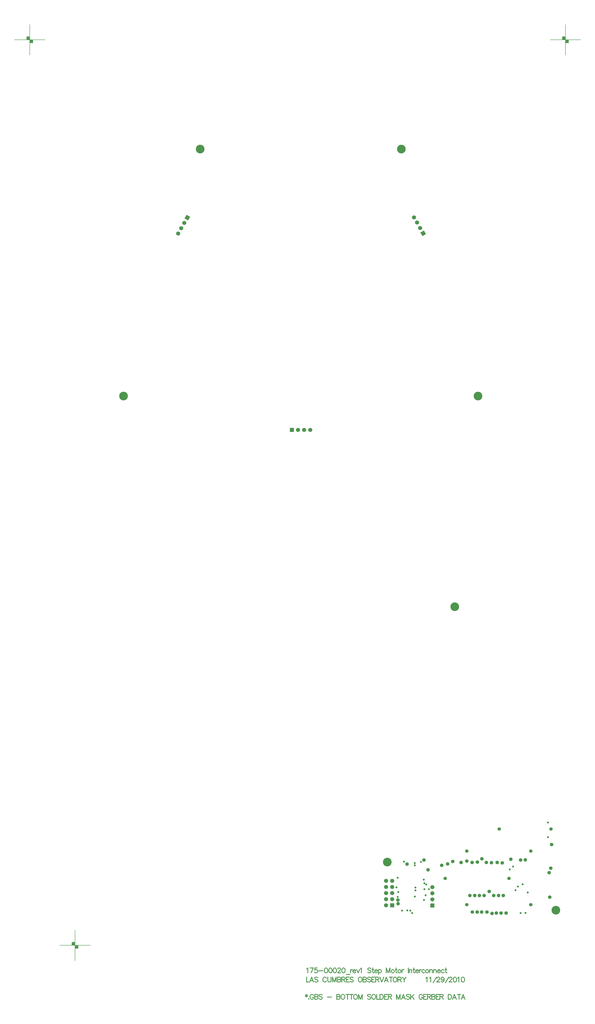
<source format=gbs>
%FSLAX23Y23*%
%MOIN*%
G70*
G01*
G75*
G04 Layer_Color=16711935*
%ADD10R,0.050X0.050*%
%ADD11R,0.030X0.125*%
%ADD12R,0.022X0.085*%
%ADD13O,0.024X0.010*%
%ADD14R,0.071X0.075*%
%ADD15O,0.069X0.012*%
%ADD16R,0.050X0.050*%
%ADD17C,0.030*%
%ADD18C,0.020*%
%ADD19C,0.010*%
%ADD20C,0.005*%
%ADD21C,0.012*%
%ADD22C,0.008*%
%ADD23C,0.012*%
%ADD24C,0.012*%
%ADD25C,0.134*%
%ADD26P,0.084X4X165.0*%
%ADD27C,0.059*%
%ADD28R,0.059X0.059*%
%ADD29R,0.059X0.059*%
%ADD30C,0.047*%
%ADD31C,0.024*%
%ADD32P,0.084X4X285.0*%
%ADD33C,0.050*%
%ADD34C,0.040*%
%ADD35C,0.174*%
%ADD36C,0.075*%
%ADD37C,0.087*%
G04:AMPARAMS|DCode=38|XSize=95.433mil|YSize=95.433mil|CornerRadius=0mil|HoleSize=0mil|Usage=FLASHONLY|Rotation=0.000|XOffset=0mil|YOffset=0mil|HoleType=Round|Shape=Relief|Width=10mil|Gap=10mil|Entries=4|*
%AMTHD38*
7,0,0,0.095,0.075,0.010,45*
%
%ADD38THD38*%
%ADD39C,0.068*%
G04:AMPARAMS|DCode=40|XSize=70mil|YSize=70mil|CornerRadius=0mil|HoleSize=0mil|Usage=FLASHONLY|Rotation=0.000|XOffset=0mil|YOffset=0mil|HoleType=Round|Shape=Relief|Width=10mil|Gap=10mil|Entries=4|*
%AMTHD40*
7,0,0,0.070,0.050,0.010,45*
%
%ADD40THD40*%
G04:AMPARAMS|DCode=41|XSize=88mil|YSize=88mil|CornerRadius=0mil|HoleSize=0mil|Usage=FLASHONLY|Rotation=0.000|XOffset=0mil|YOffset=0mil|HoleType=Round|Shape=Relief|Width=10mil|Gap=10mil|Entries=4|*
%AMTHD41*
7,0,0,0.088,0.068,0.010,45*
%
%ADD41THD41*%
%ADD42C,0.075*%
%ADD43C,0.010*%
%ADD44C,0.010*%
%ADD45C,0.024*%
%ADD46C,0.007*%
%ADD47C,0.008*%
%ADD48R,0.323X0.177*%
%ADD49R,0.058X0.058*%
%ADD50R,0.038X0.133*%
%ADD51R,0.030X0.093*%
%ADD52O,0.032X0.018*%
%ADD53R,0.079X0.083*%
%ADD54O,0.077X0.020*%
%ADD55R,0.058X0.058*%
%ADD56C,0.142*%
%ADD57P,0.095X4X165.0*%
%ADD58C,0.067*%
%ADD59R,0.067X0.067*%
%ADD60R,0.067X0.067*%
%ADD61C,0.055*%
%ADD62C,0.032*%
%ADD63P,0.095X4X285.0*%
%ADD64C,0.058*%
D21*
X39060Y19499D02*
Y19453D01*
X39041Y19488D02*
X39079Y19465D01*
Y19488D02*
X39041Y19465D01*
X39099Y19427D02*
X39095Y19423D01*
X39099Y19419D01*
X39103Y19423D01*
X39099Y19427D01*
X39177Y19480D02*
X39173Y19488D01*
X39166Y19495D01*
X39158Y19499D01*
X39143D01*
X39135Y19495D01*
X39128Y19488D01*
X39124Y19480D01*
X39120Y19469D01*
Y19450D01*
X39124Y19438D01*
X39128Y19431D01*
X39135Y19423D01*
X39143Y19419D01*
X39158D01*
X39166Y19423D01*
X39173Y19431D01*
X39177Y19438D01*
Y19450D01*
X39158D02*
X39177D01*
X39196Y19499D02*
Y19419D01*
Y19499D02*
X39230D01*
X39241Y19495D01*
X39245Y19492D01*
X39249Y19484D01*
Y19476D01*
X39245Y19469D01*
X39241Y19465D01*
X39230Y19461D01*
X39196D02*
X39230D01*
X39241Y19457D01*
X39245Y19453D01*
X39249Y19446D01*
Y19434D01*
X39245Y19427D01*
X39241Y19423D01*
X39230Y19419D01*
X39196D01*
X39320Y19488D02*
X39313Y19495D01*
X39301Y19499D01*
X39286D01*
X39274Y19495D01*
X39267Y19488D01*
Y19480D01*
X39271Y19472D01*
X39274Y19469D01*
X39282Y19465D01*
X39305Y19457D01*
X39313Y19453D01*
X39316Y19450D01*
X39320Y19442D01*
Y19431D01*
X39313Y19423D01*
X39301Y19419D01*
X39286D01*
X39274Y19423D01*
X39267Y19431D01*
X39401Y19453D02*
X39469D01*
X39556Y19499D02*
Y19419D01*
Y19499D02*
X39590D01*
X39602Y19495D01*
X39605Y19492D01*
X39609Y19484D01*
Y19476D01*
X39605Y19469D01*
X39602Y19465D01*
X39590Y19461D01*
X39556D02*
X39590D01*
X39602Y19457D01*
X39605Y19453D01*
X39609Y19446D01*
Y19434D01*
X39605Y19427D01*
X39602Y19423D01*
X39590Y19419D01*
X39556D01*
X39650Y19499D02*
X39642Y19495D01*
X39635Y19488D01*
X39631Y19480D01*
X39627Y19469D01*
Y19450D01*
X39631Y19438D01*
X39635Y19431D01*
X39642Y19423D01*
X39650Y19419D01*
X39665D01*
X39673Y19423D01*
X39680Y19431D01*
X39684Y19438D01*
X39688Y19450D01*
Y19469D01*
X39684Y19480D01*
X39680Y19488D01*
X39673Y19495D01*
X39665Y19499D01*
X39650D01*
X39733D02*
Y19419D01*
X39707Y19499D02*
X39760D01*
X39796D02*
Y19419D01*
X39770Y19499D02*
X39823D01*
X39855D02*
X39848Y19495D01*
X39840Y19488D01*
X39836Y19480D01*
X39832Y19469D01*
Y19450D01*
X39836Y19438D01*
X39840Y19431D01*
X39848Y19423D01*
X39855Y19419D01*
X39870D01*
X39878Y19423D01*
X39886Y19431D01*
X39890Y19438D01*
X39893Y19450D01*
Y19469D01*
X39890Y19480D01*
X39886Y19488D01*
X39878Y19495D01*
X39870Y19499D01*
X39855D01*
X39912D02*
Y19419D01*
Y19499D02*
X39942Y19419D01*
X39973Y19499D02*
X39942Y19419D01*
X39973Y19499D02*
Y19419D01*
X40112Y19488D02*
X40104Y19495D01*
X40093Y19499D01*
X40078D01*
X40066Y19495D01*
X40059Y19488D01*
Y19480D01*
X40062Y19472D01*
X40066Y19469D01*
X40074Y19465D01*
X40097Y19457D01*
X40104Y19453D01*
X40108Y19450D01*
X40112Y19442D01*
Y19431D01*
X40104Y19423D01*
X40093Y19419D01*
X40078D01*
X40066Y19423D01*
X40059Y19431D01*
X40153Y19499D02*
X40145Y19495D01*
X40137Y19488D01*
X40134Y19480D01*
X40130Y19469D01*
Y19450D01*
X40134Y19438D01*
X40137Y19431D01*
X40145Y19423D01*
X40153Y19419D01*
X40168D01*
X40176Y19423D01*
X40183Y19431D01*
X40187Y19438D01*
X40191Y19450D01*
Y19469D01*
X40187Y19480D01*
X40183Y19488D01*
X40176Y19495D01*
X40168Y19499D01*
X40153D01*
X40209D02*
Y19419D01*
X40255D01*
X40264Y19499D02*
Y19419D01*
Y19499D02*
X40291D01*
X40302Y19495D01*
X40310Y19488D01*
X40313Y19480D01*
X40317Y19469D01*
Y19450D01*
X40313Y19438D01*
X40310Y19431D01*
X40302Y19423D01*
X40291Y19419D01*
X40264D01*
X40385Y19499D02*
X40335D01*
Y19419D01*
X40385D01*
X40335Y19461D02*
X40366D01*
X40398Y19499D02*
Y19419D01*
Y19499D02*
X40432D01*
X40444Y19495D01*
X40448Y19492D01*
X40451Y19484D01*
Y19476D01*
X40448Y19469D01*
X40444Y19465D01*
X40432Y19461D01*
X40398D01*
X40425D02*
X40451Y19419D01*
X40532Y19499D02*
Y19419D01*
Y19499D02*
X40563Y19419D01*
X40593Y19499D02*
X40563Y19419D01*
X40593Y19499D02*
Y19419D01*
X40677D02*
X40646Y19499D01*
X40616Y19419D01*
X40627Y19446D02*
X40665D01*
X40749Y19488D02*
X40741Y19495D01*
X40730Y19499D01*
X40714D01*
X40703Y19495D01*
X40695Y19488D01*
Y19480D01*
X40699Y19472D01*
X40703Y19469D01*
X40711Y19465D01*
X40734Y19457D01*
X40741Y19453D01*
X40745Y19450D01*
X40749Y19442D01*
Y19431D01*
X40741Y19423D01*
X40730Y19419D01*
X40714D01*
X40703Y19423D01*
X40695Y19431D01*
X40767Y19499D02*
Y19419D01*
X40820Y19499D02*
X40767Y19446D01*
X40786Y19465D02*
X40820Y19419D01*
X40958Y19480D02*
X40954Y19488D01*
X40946Y19495D01*
X40939Y19499D01*
X40924D01*
X40916Y19495D01*
X40908Y19488D01*
X40905Y19480D01*
X40901Y19469D01*
Y19450D01*
X40905Y19438D01*
X40908Y19431D01*
X40916Y19423D01*
X40924Y19419D01*
X40939D01*
X40946Y19423D01*
X40954Y19431D01*
X40958Y19438D01*
Y19450D01*
X40939D02*
X40958D01*
X41026Y19499D02*
X40976D01*
Y19419D01*
X41026D01*
X40976Y19461D02*
X41007D01*
X41039Y19499D02*
Y19419D01*
Y19499D02*
X41073D01*
X41085Y19495D01*
X41089Y19492D01*
X41092Y19484D01*
Y19476D01*
X41089Y19469D01*
X41085Y19465D01*
X41073Y19461D01*
X41039D01*
X41066D02*
X41092Y19419D01*
X41110Y19499D02*
Y19419D01*
Y19499D02*
X41145D01*
X41156Y19495D01*
X41160Y19492D01*
X41164Y19484D01*
Y19476D01*
X41160Y19469D01*
X41156Y19465D01*
X41145Y19461D01*
X41110D02*
X41145D01*
X41156Y19457D01*
X41160Y19453D01*
X41164Y19446D01*
Y19434D01*
X41160Y19427D01*
X41156Y19423D01*
X41145Y19419D01*
X41110D01*
X41231Y19499D02*
X41181D01*
Y19419D01*
X41231D01*
X41181Y19461D02*
X41212D01*
X41244Y19499D02*
Y19419D01*
Y19499D02*
X41279D01*
X41290Y19495D01*
X41294Y19492D01*
X41298Y19484D01*
Y19476D01*
X41294Y19469D01*
X41290Y19465D01*
X41279Y19461D01*
X41244D01*
X41271D02*
X41298Y19419D01*
X41378Y19499D02*
Y19419D01*
Y19499D02*
X41405D01*
X41416Y19495D01*
X41424Y19488D01*
X41428Y19480D01*
X41432Y19469D01*
Y19450D01*
X41428Y19438D01*
X41424Y19431D01*
X41416Y19423D01*
X41405Y19419D01*
X41378D01*
X41511D02*
X41480Y19499D01*
X41450Y19419D01*
X41461Y19446D02*
X41499D01*
X41556Y19499D02*
Y19419D01*
X41529Y19499D02*
X41583D01*
X41653Y19419D02*
X41622Y19499D01*
X41592Y19419D01*
X41603Y19446D02*
X41642D01*
D22*
X35245Y20325D02*
X35255D01*
X35245Y20320D02*
Y20330D01*
Y20320D02*
X35255D01*
Y20330D01*
X35245D02*
X35255D01*
X35240Y20315D02*
Y20330D01*
Y20315D02*
X35260D01*
Y20335D01*
X35240D02*
X35260D01*
X35235Y20310D02*
Y20335D01*
Y20310D02*
X35265D01*
Y20340D01*
X35235D02*
X35265D01*
X35230Y20305D02*
Y20345D01*
Y20305D02*
X35270D01*
Y20345D01*
X35230D02*
X35270D01*
X35295Y20275D02*
X35305D01*
X35295Y20270D02*
Y20280D01*
Y20270D02*
X35305D01*
Y20280D01*
X35295D02*
X35305D01*
X35290Y20265D02*
Y20280D01*
Y20265D02*
X35310D01*
Y20285D01*
X35290D02*
X35310D01*
X35285Y20260D02*
Y20285D01*
Y20260D02*
X35315D01*
Y20290D01*
X35285D02*
X35315D01*
X35280Y20255D02*
Y20295D01*
Y20255D02*
X35320D01*
Y20295D01*
X35280D02*
X35320D01*
X35275Y20250D02*
X35325D01*
Y20300D01*
X35225Y20350D02*
X35275D01*
X35225Y20300D02*
Y20350D01*
X35275Y20050D02*
Y20550D01*
X35025Y20300D02*
X35525D01*
X43265Y35125D02*
X43275D01*
X43265Y35120D02*
Y35130D01*
Y35120D02*
X43275D01*
Y35130D01*
X43265D02*
X43275D01*
X43260Y35115D02*
Y35130D01*
Y35115D02*
X43280D01*
Y35135D01*
X43260D02*
X43280D01*
X43255Y35110D02*
Y35135D01*
Y35110D02*
X43285D01*
Y35140D01*
X43255D02*
X43285D01*
X43250Y35105D02*
Y35145D01*
Y35105D02*
X43290D01*
Y35145D01*
X43250D02*
X43290D01*
X43315Y35075D02*
X43325D01*
X43315Y35070D02*
Y35080D01*
Y35070D02*
X43325D01*
Y35080D01*
X43315D02*
X43325D01*
X43310Y35065D02*
Y35080D01*
Y35065D02*
X43330D01*
Y35085D01*
X43310D02*
X43330D01*
X43305Y35060D02*
Y35085D01*
Y35060D02*
X43335D01*
Y35090D01*
X43305D02*
X43335D01*
X43300Y35055D02*
Y35095D01*
Y35055D02*
X43340D01*
Y35095D01*
X43300D02*
X43340D01*
X43295Y35050D02*
X43345D01*
Y35100D01*
X43245Y35150D02*
X43295D01*
X43245Y35100D02*
Y35150D01*
X43295Y34850D02*
Y35350D01*
X43045Y35100D02*
X43545D01*
X34505Y35125D02*
X34515D01*
X34505Y35120D02*
Y35130D01*
Y35120D02*
X34515D01*
Y35130D01*
X34505D02*
X34515D01*
X34500Y35115D02*
Y35130D01*
Y35115D02*
X34520D01*
Y35135D01*
X34500D02*
X34520D01*
X34495Y35110D02*
Y35135D01*
Y35110D02*
X34525D01*
Y35140D01*
X34495D02*
X34525D01*
X34490Y35105D02*
Y35145D01*
Y35105D02*
X34530D01*
Y35145D01*
X34490D02*
X34530D01*
X34555Y35075D02*
X34565D01*
X34555Y35070D02*
Y35080D01*
Y35070D02*
X34565D01*
Y35080D01*
X34555D02*
X34565D01*
X34550Y35065D02*
Y35080D01*
Y35065D02*
X34570D01*
Y35085D01*
X34550D02*
X34570D01*
X34545Y35060D02*
Y35085D01*
Y35060D02*
X34575D01*
Y35090D01*
X34545D02*
X34575D01*
X34540Y35055D02*
Y35095D01*
Y35055D02*
X34580D01*
Y35095D01*
X34540D02*
X34580D01*
X34535Y35050D02*
X34585D01*
Y35100D01*
X34485Y35150D02*
X34535D01*
X34485Y35100D02*
Y35150D01*
X34535Y34850D02*
Y35350D01*
X34285Y35100D02*
X34785D01*
D23*
X39062Y19780D02*
Y19700D01*
X39107D01*
X39177D02*
X39147Y19780D01*
X39116Y19700D01*
X39127Y19726D02*
X39166D01*
X39249Y19768D02*
X39241Y19776D01*
X39230Y19780D01*
X39215D01*
X39203Y19776D01*
X39196Y19768D01*
Y19761D01*
X39199Y19753D01*
X39203Y19749D01*
X39211Y19745D01*
X39234Y19738D01*
X39241Y19734D01*
X39245Y19730D01*
X39249Y19723D01*
Y19711D01*
X39241Y19704D01*
X39230Y19700D01*
X39215D01*
X39203Y19704D01*
X39196Y19711D01*
X39387Y19761D02*
X39383Y19768D01*
X39375Y19776D01*
X39368Y19780D01*
X39353D01*
X39345Y19776D01*
X39337Y19768D01*
X39334Y19761D01*
X39330Y19749D01*
Y19730D01*
X39334Y19719D01*
X39337Y19711D01*
X39345Y19704D01*
X39353Y19700D01*
X39368D01*
X39375Y19704D01*
X39383Y19711D01*
X39387Y19719D01*
X39409Y19780D02*
Y19723D01*
X39413Y19711D01*
X39421Y19704D01*
X39432Y19700D01*
X39440D01*
X39451Y19704D01*
X39459Y19711D01*
X39463Y19723D01*
Y19780D01*
X39485D02*
Y19700D01*
Y19780D02*
X39515Y19700D01*
X39546Y19780D02*
X39515Y19700D01*
X39546Y19780D02*
Y19700D01*
X39569Y19780D02*
Y19700D01*
Y19780D02*
X39603D01*
X39614Y19776D01*
X39618Y19772D01*
X39622Y19764D01*
Y19757D01*
X39618Y19749D01*
X39614Y19745D01*
X39603Y19742D01*
X39569D02*
X39603D01*
X39614Y19738D01*
X39618Y19734D01*
X39622Y19726D01*
Y19715D01*
X39618Y19707D01*
X39614Y19704D01*
X39603Y19700D01*
X39569D01*
X39640Y19780D02*
Y19700D01*
Y19780D02*
X39674D01*
X39685Y19776D01*
X39689Y19772D01*
X39693Y19764D01*
Y19757D01*
X39689Y19749D01*
X39685Y19745D01*
X39674Y19742D01*
X39640D01*
X39666D02*
X39693Y19700D01*
X39760Y19780D02*
X39711D01*
Y19700D01*
X39760D01*
X39711Y19742D02*
X39741D01*
X39827Y19768D02*
X39820Y19776D01*
X39808Y19780D01*
X39793D01*
X39781Y19776D01*
X39774Y19768D01*
Y19761D01*
X39778Y19753D01*
X39781Y19749D01*
X39789Y19745D01*
X39812Y19738D01*
X39820Y19734D01*
X39823Y19730D01*
X39827Y19723D01*
Y19711D01*
X39820Y19704D01*
X39808Y19700D01*
X39793D01*
X39781Y19704D01*
X39774Y19711D01*
X39931Y19780D02*
X39923Y19776D01*
X39916Y19768D01*
X39912Y19761D01*
X39908Y19749D01*
Y19730D01*
X39912Y19719D01*
X39916Y19711D01*
X39923Y19704D01*
X39931Y19700D01*
X39946D01*
X39954Y19704D01*
X39961Y19711D01*
X39965Y19719D01*
X39969Y19730D01*
Y19749D01*
X39965Y19761D01*
X39961Y19768D01*
X39954Y19776D01*
X39946Y19780D01*
X39931D01*
X39987D02*
Y19700D01*
Y19780D02*
X40022D01*
X40033Y19776D01*
X40037Y19772D01*
X40041Y19764D01*
Y19757D01*
X40037Y19749D01*
X40033Y19745D01*
X40022Y19742D01*
X39987D02*
X40022D01*
X40033Y19738D01*
X40037Y19734D01*
X40041Y19726D01*
Y19715D01*
X40037Y19707D01*
X40033Y19704D01*
X40022Y19700D01*
X39987D01*
X40112Y19768D02*
X40104Y19776D01*
X40093Y19780D01*
X40078D01*
X40066Y19776D01*
X40059Y19768D01*
Y19761D01*
X40063Y19753D01*
X40066Y19749D01*
X40074Y19745D01*
X40097Y19738D01*
X40104Y19734D01*
X40108Y19730D01*
X40112Y19723D01*
Y19711D01*
X40104Y19704D01*
X40093Y19700D01*
X40078D01*
X40066Y19704D01*
X40059Y19711D01*
X40179Y19780D02*
X40130D01*
Y19700D01*
X40179D01*
X40130Y19742D02*
X40160D01*
X40193Y19780D02*
Y19700D01*
Y19780D02*
X40227D01*
X40238Y19776D01*
X40242Y19772D01*
X40246Y19764D01*
Y19757D01*
X40242Y19749D01*
X40238Y19745D01*
X40227Y19742D01*
X40193D01*
X40219D02*
X40246Y19700D01*
X40264Y19780D02*
X40294Y19700D01*
X40325Y19780D02*
X40294Y19700D01*
X40396D02*
X40366Y19780D01*
X40335Y19700D01*
X40347Y19726D02*
X40385D01*
X40441Y19780D02*
Y19700D01*
X40415Y19780D02*
X40468D01*
X40501D02*
X40493Y19776D01*
X40485Y19768D01*
X40481Y19761D01*
X40478Y19749D01*
Y19730D01*
X40481Y19719D01*
X40485Y19711D01*
X40493Y19704D01*
X40501Y19700D01*
X40516D01*
X40523Y19704D01*
X40531Y19711D01*
X40535Y19719D01*
X40539Y19730D01*
Y19749D01*
X40535Y19761D01*
X40531Y19768D01*
X40523Y19776D01*
X40516Y19780D01*
X40501D01*
X40557D02*
Y19700D01*
Y19780D02*
X40592D01*
X40603Y19776D01*
X40607Y19772D01*
X40611Y19764D01*
Y19757D01*
X40607Y19749D01*
X40603Y19745D01*
X40592Y19742D01*
X40557D01*
X40584D02*
X40611Y19700D01*
X40629Y19780D02*
X40659Y19742D01*
Y19700D01*
X40689Y19780D02*
X40659Y19742D01*
X41014Y19764D02*
X41022Y19768D01*
X41033Y19780D01*
Y19700D01*
X41073Y19764D02*
X41080Y19768D01*
X41092Y19780D01*
Y19700D01*
X41131Y19688D02*
X41185Y19780D01*
X41194Y19761D02*
Y19764D01*
X41198Y19772D01*
X41201Y19776D01*
X41209Y19780D01*
X41224D01*
X41232Y19776D01*
X41236Y19772D01*
X41239Y19764D01*
Y19757D01*
X41236Y19749D01*
X41228Y19738D01*
X41190Y19700D01*
X41243D01*
X41311Y19753D02*
X41307Y19742D01*
X41299Y19734D01*
X41288Y19730D01*
X41284D01*
X41273Y19734D01*
X41265Y19742D01*
X41261Y19753D01*
Y19757D01*
X41265Y19768D01*
X41273Y19776D01*
X41284Y19780D01*
X41288D01*
X41299Y19776D01*
X41307Y19768D01*
X41311Y19753D01*
Y19734D01*
X41307Y19715D01*
X41299Y19704D01*
X41288Y19700D01*
X41280D01*
X41269Y19704D01*
X41265Y19711D01*
X41332Y19688D02*
X41386Y19780D01*
X41395Y19761D02*
Y19764D01*
X41399Y19772D01*
X41402Y19776D01*
X41410Y19780D01*
X41425D01*
X41433Y19776D01*
X41437Y19772D01*
X41441Y19764D01*
Y19757D01*
X41437Y19749D01*
X41429Y19738D01*
X41391Y19700D01*
X41444D01*
X41485Y19780D02*
X41474Y19776D01*
X41466Y19764D01*
X41462Y19745D01*
Y19734D01*
X41466Y19715D01*
X41474Y19704D01*
X41485Y19700D01*
X41493D01*
X41504Y19704D01*
X41512Y19715D01*
X41516Y19734D01*
Y19745D01*
X41512Y19764D01*
X41504Y19776D01*
X41493Y19780D01*
X41485D01*
X41533Y19764D02*
X41541Y19768D01*
X41552Y19780D01*
Y19700D01*
X41615Y19780D02*
X41604Y19776D01*
X41596Y19764D01*
X41592Y19745D01*
Y19734D01*
X41596Y19715D01*
X41604Y19704D01*
X41615Y19700D01*
X41623D01*
X41634Y19704D01*
X41642Y19715D01*
X41645Y19734D01*
Y19745D01*
X41642Y19764D01*
X41634Y19776D01*
X41623Y19780D01*
X41615D01*
D24*
X39062Y19915D02*
X39069Y19918D01*
X39081Y19930D01*
Y19850D01*
X39174Y19930D02*
X39135Y19850D01*
X39120Y19930D02*
X39174D01*
X39237D02*
X39199D01*
X39195Y19895D01*
X39199Y19899D01*
X39211Y19903D01*
X39222D01*
X39233Y19899D01*
X39241Y19892D01*
X39245Y19880D01*
Y19873D01*
X39241Y19861D01*
X39233Y19854D01*
X39222Y19850D01*
X39211D01*
X39199Y19854D01*
X39195Y19857D01*
X39191Y19865D01*
X39263Y19884D02*
X39331D01*
X39378Y19930D02*
X39366Y19926D01*
X39359Y19915D01*
X39355Y19895D01*
Y19884D01*
X39359Y19865D01*
X39366Y19854D01*
X39378Y19850D01*
X39385D01*
X39397Y19854D01*
X39404Y19865D01*
X39408Y19884D01*
Y19895D01*
X39404Y19915D01*
X39397Y19926D01*
X39385Y19930D01*
X39378D01*
X39449D02*
X39438Y19926D01*
X39430Y19915D01*
X39426Y19895D01*
Y19884D01*
X39430Y19865D01*
X39438Y19854D01*
X39449Y19850D01*
X39457D01*
X39468Y19854D01*
X39476Y19865D01*
X39479Y19884D01*
Y19895D01*
X39476Y19915D01*
X39468Y19926D01*
X39457Y19930D01*
X39449D01*
X39520D02*
X39509Y19926D01*
X39501Y19915D01*
X39497Y19895D01*
Y19884D01*
X39501Y19865D01*
X39509Y19854D01*
X39520Y19850D01*
X39528D01*
X39539Y19854D01*
X39547Y19865D01*
X39551Y19884D01*
Y19895D01*
X39547Y19915D01*
X39539Y19926D01*
X39528Y19930D01*
X39520D01*
X39572Y19911D02*
Y19915D01*
X39576Y19922D01*
X39580Y19926D01*
X39588Y19930D01*
X39603D01*
X39610Y19926D01*
X39614Y19922D01*
X39618Y19915D01*
Y19907D01*
X39614Y19899D01*
X39607Y19888D01*
X39569Y19850D01*
X39622D01*
X39663Y19930D02*
X39651Y19926D01*
X39644Y19915D01*
X39640Y19895D01*
Y19884D01*
X39644Y19865D01*
X39651Y19854D01*
X39663Y19850D01*
X39670D01*
X39682Y19854D01*
X39689Y19865D01*
X39693Y19884D01*
Y19895D01*
X39689Y19915D01*
X39682Y19926D01*
X39670Y19930D01*
X39663D01*
X39711Y19823D02*
X39772D01*
X39782Y19903D02*
Y19850D01*
Y19880D02*
X39786Y19892D01*
X39794Y19899D01*
X39801Y19903D01*
X39813D01*
X39820Y19880D02*
X39866D01*
Y19888D01*
X39862Y19895D01*
X39858Y19899D01*
X39850Y19903D01*
X39839D01*
X39831Y19899D01*
X39824Y19892D01*
X39820Y19880D01*
Y19873D01*
X39824Y19861D01*
X39831Y19854D01*
X39839Y19850D01*
X39850D01*
X39858Y19854D01*
X39866Y19861D01*
X39883Y19903D02*
X39906Y19850D01*
X39928Y19903D02*
X39906Y19850D01*
X39941Y19915D02*
X39949Y19918D01*
X39960Y19930D01*
Y19850D01*
X40116Y19918D02*
X40109Y19926D01*
X40097Y19930D01*
X40082D01*
X40071Y19926D01*
X40063Y19918D01*
Y19911D01*
X40067Y19903D01*
X40071Y19899D01*
X40078Y19895D01*
X40101Y19888D01*
X40109Y19884D01*
X40112Y19880D01*
X40116Y19873D01*
Y19861D01*
X40109Y19854D01*
X40097Y19850D01*
X40082D01*
X40071Y19854D01*
X40063Y19861D01*
X40146Y19930D02*
Y19865D01*
X40149Y19854D01*
X40157Y19850D01*
X40165D01*
X40134Y19903D02*
X40161D01*
X40176Y19880D02*
X40222D01*
Y19888D01*
X40218Y19895D01*
X40214Y19899D01*
X40206Y19903D01*
X40195D01*
X40187Y19899D01*
X40180Y19892D01*
X40176Y19880D01*
Y19873D01*
X40180Y19861D01*
X40187Y19854D01*
X40195Y19850D01*
X40206D01*
X40214Y19854D01*
X40222Y19861D01*
X40239Y19903D02*
Y19823D01*
Y19892D02*
X40246Y19899D01*
X40254Y19903D01*
X40266D01*
X40273Y19899D01*
X40281Y19892D01*
X40285Y19880D01*
Y19873D01*
X40281Y19861D01*
X40273Y19854D01*
X40266Y19850D01*
X40254D01*
X40246Y19854D01*
X40239Y19861D01*
X40365Y19930D02*
Y19850D01*
Y19930D02*
X40395Y19850D01*
X40425Y19930D02*
X40395Y19850D01*
X40425Y19930D02*
Y19850D01*
X40467Y19903D02*
X40460Y19899D01*
X40452Y19892D01*
X40448Y19880D01*
Y19873D01*
X40452Y19861D01*
X40460Y19854D01*
X40467Y19850D01*
X40479D01*
X40486Y19854D01*
X40494Y19861D01*
X40498Y19873D01*
Y19880D01*
X40494Y19892D01*
X40486Y19899D01*
X40479Y19903D01*
X40467D01*
X40527Y19930D02*
Y19865D01*
X40531Y19854D01*
X40538Y19850D01*
X40546D01*
X40515Y19903D02*
X40542D01*
X40576D02*
X40569Y19899D01*
X40561Y19892D01*
X40557Y19880D01*
Y19873D01*
X40561Y19861D01*
X40569Y19854D01*
X40576Y19850D01*
X40588D01*
X40595Y19854D01*
X40603Y19861D01*
X40607Y19873D01*
Y19880D01*
X40603Y19892D01*
X40595Y19899D01*
X40588Y19903D01*
X40576D01*
X40624D02*
Y19850D01*
Y19880D02*
X40628Y19892D01*
X40636Y19899D01*
X40643Y19903D01*
X40655D01*
X40725Y19930D02*
Y19850D01*
X40742Y19903D02*
Y19850D01*
Y19888D02*
X40753Y19899D01*
X40761Y19903D01*
X40772D01*
X40780Y19899D01*
X40784Y19888D01*
Y19850D01*
X40816Y19930D02*
Y19865D01*
X40820Y19854D01*
X40827Y19850D01*
X40835D01*
X40804Y19903D02*
X40831D01*
X40846Y19880D02*
X40892D01*
Y19888D01*
X40888Y19895D01*
X40884Y19899D01*
X40877Y19903D01*
X40865D01*
X40858Y19899D01*
X40850Y19892D01*
X40846Y19880D01*
Y19873D01*
X40850Y19861D01*
X40858Y19854D01*
X40865Y19850D01*
X40877D01*
X40884Y19854D01*
X40892Y19861D01*
X40909Y19903D02*
Y19850D01*
Y19880D02*
X40913Y19892D01*
X40921Y19899D01*
X40928Y19903D01*
X40940D01*
X40993Y19892D02*
X40985Y19899D01*
X40977Y19903D01*
X40966D01*
X40958Y19899D01*
X40951Y19892D01*
X40947Y19880D01*
Y19873D01*
X40951Y19861D01*
X40958Y19854D01*
X40966Y19850D01*
X40977D01*
X40985Y19854D01*
X40993Y19861D01*
X41029Y19903D02*
X41021Y19899D01*
X41014Y19892D01*
X41010Y19880D01*
Y19873D01*
X41014Y19861D01*
X41021Y19854D01*
X41029Y19850D01*
X41040D01*
X41048Y19854D01*
X41055Y19861D01*
X41059Y19873D01*
Y19880D01*
X41055Y19892D01*
X41048Y19899D01*
X41040Y19903D01*
X41029D01*
X41077D02*
Y19850D01*
Y19888D02*
X41088Y19899D01*
X41096Y19903D01*
X41107D01*
X41115Y19899D01*
X41119Y19888D01*
Y19850D01*
X41140Y19903D02*
Y19850D01*
Y19888D02*
X41151Y19899D01*
X41159Y19903D01*
X41170D01*
X41178Y19899D01*
X41182Y19888D01*
Y19850D01*
X41202Y19880D02*
X41248D01*
Y19888D01*
X41244Y19895D01*
X41241Y19899D01*
X41233Y19903D01*
X41222D01*
X41214Y19899D01*
X41206Y19892D01*
X41202Y19880D01*
Y19873D01*
X41206Y19861D01*
X41214Y19854D01*
X41222Y19850D01*
X41233D01*
X41241Y19854D01*
X41248Y19861D01*
X41311Y19892D02*
X41303Y19899D01*
X41296Y19903D01*
X41284D01*
X41277Y19899D01*
X41269Y19892D01*
X41265Y19880D01*
Y19873D01*
X41269Y19861D01*
X41277Y19854D01*
X41284Y19850D01*
X41296D01*
X41303Y19854D01*
X41311Y19861D01*
X41340Y19930D02*
Y19865D01*
X41343Y19854D01*
X41351Y19850D01*
X41359D01*
X41328Y19903D02*
X41355D01*
D56*
X40384Y21661D02*
D03*
X43140Y20874D02*
D03*
X41487Y25834D02*
D03*
X36069Y29279D02*
D03*
X37321Y33315D02*
D03*
X40613D02*
D03*
X41865Y29279D02*
D03*
D57*
X40968Y31939D02*
D03*
D58*
X40918Y32026D02*
D03*
X40868Y32113D02*
D03*
X40818Y32199D02*
D03*
X38923Y28724D02*
D03*
X39023D02*
D03*
X39123D02*
D03*
X41120Y21051D02*
D03*
Y21151D02*
D03*
Y21251D02*
D03*
X37063Y32108D02*
D03*
X37013Y32021D02*
D03*
X36963Y31935D02*
D03*
X40364Y21354D02*
D03*
X40464D02*
D03*
X40364Y21254D02*
D03*
X40464D02*
D03*
X40364Y21154D02*
D03*
X40464D02*
D03*
X40364Y21054D02*
D03*
X40464Y21054D02*
D03*
X40364Y20954D02*
D03*
D59*
X38823Y28724D02*
D03*
D60*
X41120Y20951D02*
D03*
X40464Y20954D02*
D03*
D61*
X42728Y20966D02*
D03*
X41683Y20966D02*
D03*
X42728Y21841D02*
D03*
X41683Y21841D02*
D03*
X43060Y22201D02*
D03*
X42211D02*
D03*
X42373Y21396D02*
D03*
X41328D02*
D03*
D62*
X40832Y21646D02*
D03*
Y21607D02*
D03*
X43010Y22307D02*
D03*
X40789Y20829D02*
D03*
X40759Y20869D02*
D03*
X40841Y21198D02*
D03*
X40844Y21244D02*
D03*
X40834Y21098D02*
D03*
X40984Y21041D02*
D03*
X40622Y20869D02*
D03*
X40710Y20872D02*
D03*
X43010Y22067D02*
D03*
X42561Y20829D02*
D03*
X42641Y20832D02*
D03*
X42520Y21261D02*
D03*
X42479Y21200D02*
D03*
X41063Y21219D02*
D03*
X41010Y21119D02*
D03*
X42679Y21163D02*
D03*
X41018Y21295D02*
D03*
X42597Y21299D02*
D03*
X40990Y21218D02*
D03*
X42385Y21542D02*
D03*
X40655Y21667D02*
D03*
X40933Y21663D02*
D03*
X42440Y21587D02*
D03*
X40988Y21316D02*
D03*
X40980Y21375D02*
D03*
X40554Y21403D02*
D03*
X40533Y21248D02*
D03*
X40561Y21171D02*
D03*
X40552Y21091D02*
D03*
D63*
X37113Y32194D02*
D03*
D64*
X41770Y21653D02*
D03*
X42326Y20828D02*
D03*
X42244D02*
D03*
X42166D02*
D03*
X42096Y20820D02*
D03*
X40555Y21041D02*
D03*
X40558Y20982D02*
D03*
X41050Y21534D02*
D03*
X40707Y21627D02*
D03*
X40984Y21694D02*
D03*
X43040Y21088D02*
D03*
X43030Y21489D02*
D03*
X43055Y21560D02*
D03*
X43070Y21949D02*
D03*
X42403Y21707D02*
D03*
X42562Y21694D02*
D03*
X42639Y21699D02*
D03*
X42280Y21115D02*
D03*
X42204D02*
D03*
X42124D02*
D03*
X42048Y21180D02*
D03*
X41965Y21113D02*
D03*
X41890D02*
D03*
X41812D02*
D03*
X41733D02*
D03*
X42014Y20846D02*
D03*
X41773D02*
D03*
X41852D02*
D03*
X41927D02*
D03*
X41928Y21713D02*
D03*
X42263Y21649D02*
D03*
X42178Y21653D02*
D03*
X42087Y21651D02*
D03*
X42002Y21653D02*
D03*
X41274Y21607D02*
D03*
X41370Y21631D02*
D03*
X41451Y21671D02*
D03*
X41588Y21654D02*
D03*
X41855Y21662D02*
D03*
X41683Y21679D02*
D03*
M02*

</source>
